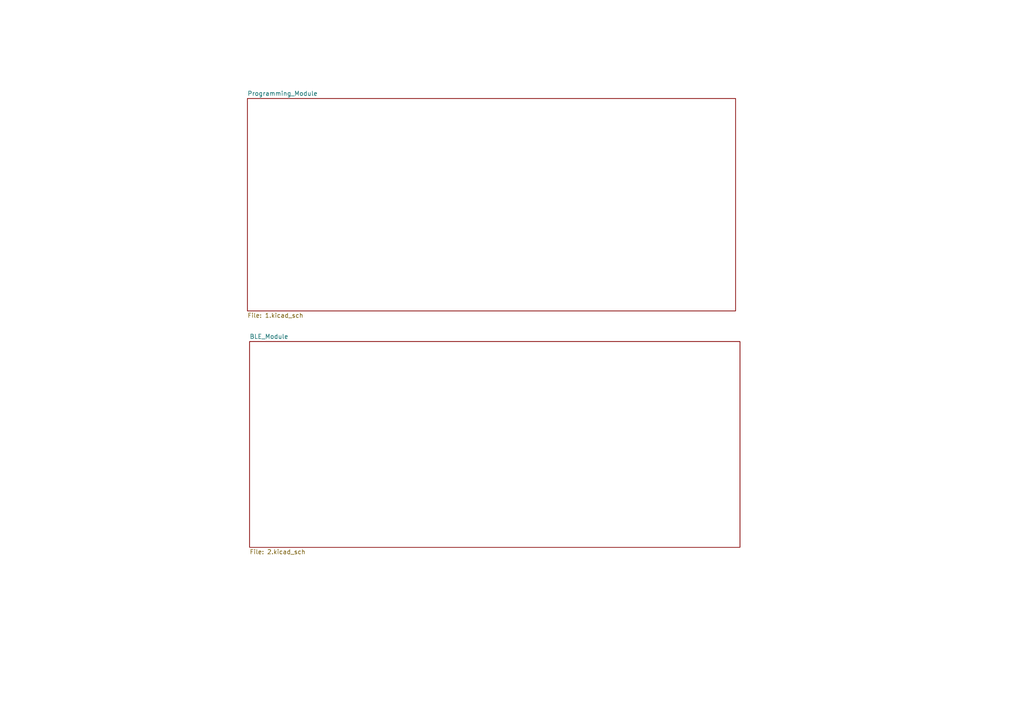
<source format=kicad_sch>
(kicad_sch
	(version 20250114)
	(generator "eeschema")
	(generator_version "9.0")
	(uuid "f0451484-e762-4bff-8b02-cc7e8f81e85b")
	(paper "A4")
	(lib_symbols)
	(sheet
		(at 71.755 28.575)
		(size 141.605 61.595)
		(exclude_from_sim no)
		(in_bom yes)
		(on_board yes)
		(dnp no)
		(fields_autoplaced yes)
		(stroke
			(width 0.1524)
			(type solid)
		)
		(fill
			(color 0 0 0 0.0000)
		)
		(uuid "5db277f2-e890-43df-8a34-f584a19fe573")
		(property "Sheetname" "Programming_Module"
			(at 71.755 27.8634 0)
			(effects
				(font
					(size 1.27 1.27)
				)
				(justify left bottom)
			)
		)
		(property "Sheetfile" "1.kicad_sch"
			(at 71.755 90.7546 0)
			(effects
				(font
					(size 1.27 1.27)
				)
				(justify left top)
			)
		)
		(instances
			(project "Final"
				(path "/f0451484-e762-4bff-8b02-cc7e8f81e85b"
					(page "2")
				)
			)
		)
	)
	(sheet
		(at 72.39 99.06)
		(size 142.24 59.69)
		(exclude_from_sim no)
		(in_bom yes)
		(on_board yes)
		(dnp no)
		(fields_autoplaced yes)
		(stroke
			(width 0.1524)
			(type solid)
		)
		(fill
			(color 0 0 0 0.0000)
		)
		(uuid "7a2e84ff-1115-4d31-a4a0-02337b9b8d65")
		(property "Sheetname" "BLE_Module"
			(at 72.39 98.3484 0)
			(effects
				(font
					(size 1.27 1.27)
				)
				(justify left bottom)
			)
		)
		(property "Sheetfile" "2.kicad_sch"
			(at 72.39 159.3346 0)
			(effects
				(font
					(size 1.27 1.27)
				)
				(justify left top)
			)
		)
		(instances
			(project "Final"
				(path "/f0451484-e762-4bff-8b02-cc7e8f81e85b"
					(page "3")
				)
			)
		)
	)
	(sheet_instances
		(path "/"
			(page "1")
		)
	)
	(embedded_fonts no)
)

</source>
